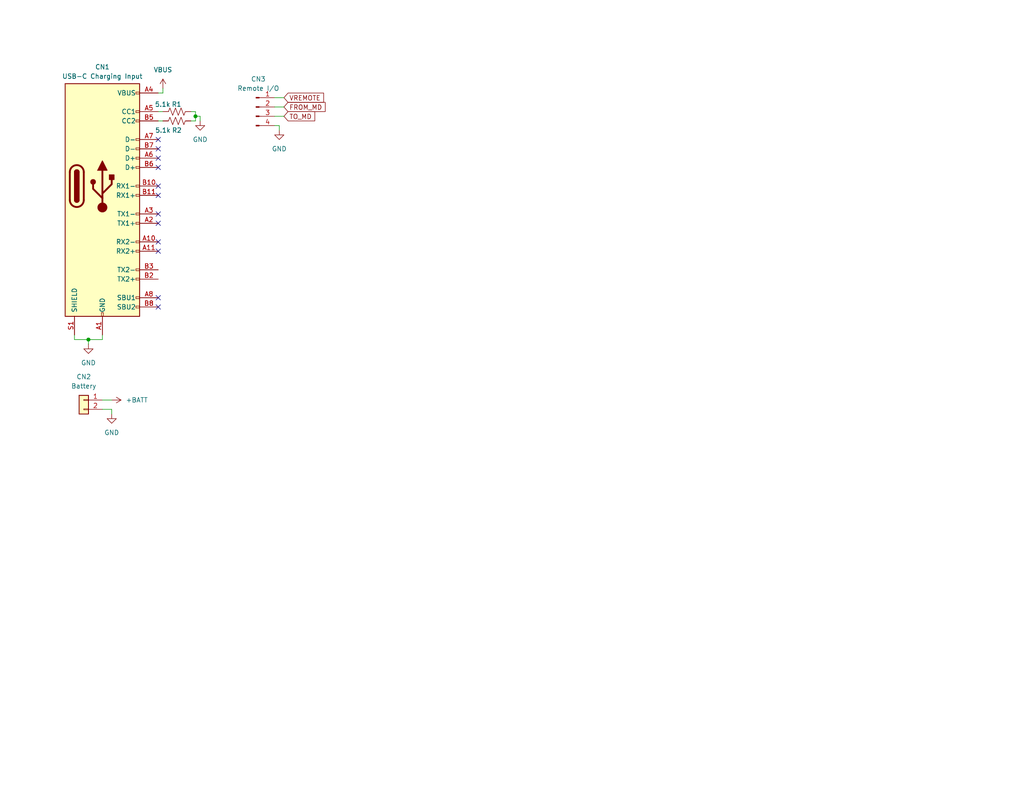
<source format=kicad_sch>
(kicad_sch (version 20230121) (generator eeschema)
  (paper "USLetter")
  (lib_symbols
    (symbol "Connector:Conn_01x04_Pin" (pin_names (offset 1.016) hide)
      (property "Reference" "J" (at 0 5.08 0))
      (property "Value" "Conn_01x04_Pin" (at 0 -7.62 0))
      (symbol "Conn_01x04_Pin_1_1"
        (polyline (pts (xy 1.27 -5.08) (xy 0.8636 -5.08)) (stroke (width 0.1524)))
        (polyline (pts (xy 1.27 -2.54) (xy 0.8636 -2.54)) (stroke (width 0.1524)))
        (polyline (pts (xy 1.27 0) (xy 0.8636 0)) (stroke (width 0.1524)))
        (polyline (pts (xy 1.27 2.54) (xy 0.8636 2.54)) (stroke (width 0.1524)))
        (rectangle (start 0.8636 -4.953) (end 0 -5.207) (stroke (width 0.1524)) (fill (type outline)))
        (rectangle (start 0.8636 -2.413) (end 0 -2.667) (stroke (width 0.1524)) (fill (type outline)))
        (rectangle (start 0.8636 0.127) (end 0 -0.127) (stroke (width 0.1524)) (fill (type outline)))
        (rectangle (start 0.8636 2.667) (end 0 2.413) (stroke (width 0.1524)) (fill (type outline)))
        (pin passive line (at 5.08 2.54 180) (length 3.81) (name "Pin_1") (number "1"))
        (pin passive line (at 5.08 0 180) (length 3.81) (name "Pin_2") (number "2"))
        (pin passive line (at 5.08 -2.54 180) (length 3.81) (name "Pin_3") (number "3"))
        (pin passive line (at 5.08 -5.08 180) (length 3.81) (name "Pin_4") (number "4"))
      )
    )
    (symbol "Connector:USB_C_Receptacle" (pin_names (offset 1.016))
      (property "Reference" "J" (at -10.16 29.21 0))
      (property "Value" "USB_C_Receptacle" (at 10.16 29.21 0))
      (symbol "USB_C_Receptacle_0_0"
        (rectangle (start -0.254 -35.56) (end 0.254 -34.544))
        (rectangle (start 10.16 -32.766) (end 9.144 -33.274))
        (rectangle (start 10.16 -30.226) (end 9.144 -30.734))
        (rectangle (start 10.16 -25.146) (end 9.144 -25.654))
        (rectangle (start 10.16 -22.606) (end 9.144 -23.114))
        (rectangle (start 10.16 -17.526) (end 9.144 -18.034))
        (rectangle (start 10.16 -14.986) (end 9.144 -15.494))
        (rectangle (start 10.16 -9.906) (end 9.144 -10.414))
        (rectangle (start 10.16 -7.366) (end 9.144 -7.874))
        (rectangle (start 10.16 -2.286) (end 9.144 -2.794))
        (rectangle (start 10.16 0.254) (end 9.144 -0.254))
        (rectangle (start 10.16 5.334) (end 9.144 4.826))
        (rectangle (start 10.16 7.874) (end 9.144 7.366))
        (rectangle (start 10.16 10.414) (end 9.144 9.906))
        (rectangle (start 10.16 12.954) (end 9.144 12.446))
        (rectangle (start 10.16 18.034) (end 9.144 17.526))
        (rectangle (start 10.16 20.574) (end 9.144 20.066))
        (rectangle (start 10.16 25.654) (end 9.144 25.146))
      )
      (symbol "USB_C_Receptacle_0_1"
        (rectangle (start -10.16 27.94) (end 10.16 -35.56) (stroke (width 0.254)) (fill (type background)))
        (arc (start -8.89 -3.81) (mid -6.985 -5.7067) (end -5.08 -3.81) (stroke (width 0.508)))
        (arc (start -7.62 -3.81) (mid -6.985 -4.4423) (end -6.35 -3.81) (stroke (width 0.254)))
        (arc (start -7.62 -3.81) (mid -6.985 -4.4423) (end -6.35 -3.81) (stroke (width 0.254)) (fill (type outline)))
        (rectangle (start -7.62 -3.81) (end -6.35 3.81) (stroke (width 0.254)) (fill (type outline)))
        (arc (start -6.35 3.81) (mid -6.985 4.4423) (end -7.62 3.81) (stroke (width 0.254)))
        (arc (start -6.35 3.81) (mid -6.985 4.4423) (end -7.62 3.81) (stroke (width 0.254)) (fill (type outline)))
        (arc (start -5.08 3.81) (mid -6.985 5.7067) (end -8.89 3.81) (stroke (width 0.508)))
        (polyline (pts (xy -8.89 -3.81) (xy -8.89 3.81)) (stroke (width 0.508)))
        (polyline (pts (xy -5.08 3.81) (xy -5.08 -3.81)) (stroke (width 0.508)))
      )
      (symbol "USB_C_Receptacle_1_1"
        (circle (center -2.54 1.143) (radius 0.635) (stroke (width 0.254)) (fill (type outline)))
        (circle (center 0 -5.842) (radius 1.27) (fill (type outline)))
        (polyline (pts (xy 0 -5.842) (xy 0 4.318)) (stroke (width 0.508)))
        (polyline (pts (xy 0 -3.302) (xy -2.54 -0.762) (xy -2.54 0.508)) (stroke (width 0.508)))
        (polyline (pts (xy 0 -2.032) (xy 2.54 0.508) (xy 2.54 1.778)) (stroke (width 0.508)))
        (polyline (pts (xy -1.27 4.318) (xy 0 6.858) (xy 1.27 4.318) (xy -1.27 4.318)) (stroke (width 0.254)) (fill (type outline)))
        (rectangle (start 1.905 1.778) (end 3.175 3.048) (stroke (width 0.254)) (fill (type outline)))
        (pin passive line (at 0 -40.64 90) (length 5.08) (name "GND") (number "A1"))
        (pin bidirectional line (at 15.24 -15.24 180) (length 5.08) (name "RX2-") (number "A10"))
        (pin bidirectional line (at 15.24 -17.78 180) (length 5.08) (name "RX2+") (number "A11"))
        (pin passive line (at 0 -40.64 90) (length 5.08) hide (name "GND") (number "A12"))
        (pin bidirectional line (at 15.24 -10.16 180) (length 5.08) (name "TX1+") (number "A2"))
        (pin bidirectional line (at 15.24 -7.62 180) (length 5.08) (name "TX1-") (number "A3"))
        (pin passive line (at 15.24 25.4 180) (length 5.08) (name "VBUS") (number "A4"))
        (pin bidirectional line (at 15.24 20.32 180) (length 5.08) (name "CC1") (number "A5"))
        (pin bidirectional line (at 15.24 7.62 180) (length 5.08) (name "D+") (number "A6"))
        (pin bidirectional line (at 15.24 12.7 180) (length 5.08) (name "D-") (number "A7"))
        (pin bidirectional line (at 15.24 -30.48 180) (length 5.08) (name "SBU1") (number "A8"))
        (pin passive line (at 15.24 25.4 180) (length 5.08) hide (name "VBUS") (number "A9"))
        (pin passive line (at 0 -40.64 90) (length 5.08) hide (name "GND") (number "B1"))
        (pin bidirectional line (at 15.24 0 180) (length 5.08) (name "RX1-") (number "B10"))
        (pin bidirectional line (at 15.24 -2.54 180) (length 5.08) (name "RX1+") (number "B11"))
        (pin passive line (at 0 -40.64 90) (length 5.08) hide (name "GND") (number "B12"))
        (pin bidirectional line (at 15.24 -25.4 180) (length 5.08) (name "TX2+") (number "B2"))
        (pin bidirectional line (at 15.24 -22.86 180) (length 5.08) (name "TX2-") (number "B3"))
        (pin passive line (at 15.24 25.4 180) (length 5.08) hide (name "VBUS") (number "B4"))
        (pin bidirectional line (at 15.24 17.78 180) (length 5.08) (name "CC2") (number "B5"))
        (pin bidirectional line (at 15.24 5.08 180) (length 5.08) (name "D+") (number "B6"))
        (pin bidirectional line (at 15.24 10.16 180) (length 5.08) (name "D-") (number "B7"))
        (pin bidirectional line (at 15.24 -33.02 180) (length 5.08) (name "SBU2") (number "B8"))
        (pin passive line (at 15.24 25.4 180) (length 5.08) hide (name "VBUS") (number "B9"))
        (pin passive line (at -7.62 -40.64 90) (length 5.08) (name "SHIELD") (number "S1"))
      )
    )
    (symbol "Connector_Generic:Conn_01x02" (pin_names (offset 1.016) hide)
      (property "Reference" "J" (at 0 2.54 0))
      (property "Value" "Conn_01x02" (at 0 -5.08 0))
      (symbol "Conn_01x02_1_1"
        (rectangle (start -1.27 -2.413) (end 0 -2.667) (stroke (width 0.1524)))
        (rectangle (start -1.27 0.127) (end 0 -0.127) (stroke (width 0.1524)))
        (rectangle (start -1.27 1.27) (end 1.27 -3.81) (stroke (width 0.254)) (fill (type background)))
        (pin passive line (at -5.08 0 0) (length 3.81) (name "Pin_1") (number "1"))
        (pin passive line (at -5.08 -2.54 0) (length 3.81) (name "Pin_2") (number "2"))
      )
    )
    (symbol "Device:R_US" (pin_numbers hide) (pin_names (offset 0))
      (property "Reference" "R" (at 2.54 0 90))
      (property "Value" "R_US" (at -2.54 0 90))
      (symbol "R_US_0_1"
        (polyline (pts (xy 0 -2.286) (xy 0 -2.54)))
        (polyline (pts (xy 0 2.286) (xy 0 2.54)))
        (polyline (pts (xy 0 -0.762) (xy 1.016 -1.143) (xy 0 -1.524) (xy -1.016 -1.905) (xy 0 -2.286)))
        (polyline (pts (xy 0 0.762) (xy 1.016 0.381) (xy 0 0) (xy -1.016 -0.381) (xy 0 -0.762)))
        (polyline (pts (xy 0 2.286) (xy 1.016 1.905) (xy 0 1.524) (xy -1.016 1.143) (xy 0 0.762)))
      )
      (symbol "R_US_1_1"
        (pin passive line (at 0 3.81 270) (length 1.27) (name "~") (number "1"))
        (pin passive line (at 0 -3.81 90) (length 1.27) (name "~") (number "2"))
      )
    )
    (symbol "power:+BATT" (power) (pin_names (offset 0))
      (property "Value" "+BATT" (at 0 3.556 0))
      (symbol "+BATT_0_1"
        (polyline (pts (xy -0.762 1.27) (xy 0 2.54)))
        (polyline (pts (xy 0 0) (xy 0 2.54)))
        (polyline (pts (xy 0 2.54) (xy 0.762 1.27)))
      )
      (symbol "+BATT_1_1"
        (pin power_in line (at 0 0 90) (length 0) hide (name "+BATT") (number "1"))
      )
    )
    (symbol "power:GND" (power) (pin_names (offset 0))
      (property "Value" "GND" (at 0 -3.81 0))
      (symbol "GND_0_1"
        (polyline (pts (xy 0 0) (xy 0 -1.27) (xy 1.27 -1.27) (xy 0 -2.54) (xy -1.27 -1.27) (xy 0 -1.27)))
      )
      (symbol "GND_1_1"
        (pin power_in line (at 0 0 270) (length 0) hide (name "GND") (number "1"))
      )
    )
    (symbol "power:VBUS" (power) (pin_names (offset 0))
      (property "Value" "VBUS" (at 0 3.81 0))
      (symbol "VBUS_0_1"
        (polyline (pts (xy -0.762 1.27) (xy 0 2.54)))
        (polyline (pts (xy 0 0) (xy 0 2.54)))
        (polyline (pts (xy 0 2.54) (xy 0.762 1.27)))
      )
      (symbol "VBUS_1_1"
        (pin power_in line (at 0 0 90) (length 0) hide (name "VBUS") (number "1"))
      )
    )
  )
  (junction (at 53.34 31.75))
  (junction (at 24.13 92.71))
  (no_connect (at 43.18 38.1))
  (no_connect (at 43.18 58.42))
  (no_connect (at 43.18 83.82))
  (no_connect (at 43.18 40.64))
  (no_connect (at 43.18 68.58))
  (no_connect (at 43.18 81.28))
  (no_connect (at 43.18 45.72))
  (no_connect (at 43.18 53.34))
  (no_connect (at 43.18 66.04))
  (no_connect (at 43.18 43.18))
  (no_connect (at 43.18 50.8))
  (no_connect (at 43.18 60.96))
  (wire (pts (xy 74.93 26.67) (xy 77.47 26.67)))
  (wire (pts (xy 30.48 111.76) (xy 30.48 113.03)))
  (wire (pts (xy 24.13 92.71) (xy 24.13 93.98)))
  (wire (pts (xy 52.07 30.48) (xy 53.34 30.48)))
  (wire (pts (xy 52.07 33.02) (xy 53.34 33.02)))
  (wire (pts (xy 76.2 34.29) (xy 76.2 35.56)))
  (wire (pts (xy 43.18 25.4) (xy 44.45 25.4)))
  (wire (pts (xy 27.94 111.76) (xy 30.48 111.76)))
  (wire (pts (xy 74.93 34.29) (xy 76.2 34.29)))
  (wire (pts (xy 27.94 109.22) (xy 30.48 109.22)))
  (wire (pts (xy 54.61 31.75) (xy 54.61 33.02)))
  (wire (pts (xy 43.18 30.48) (xy 44.45 30.48)))
  (wire (pts (xy 43.18 33.02) (xy 44.45 33.02)))
  (wire (pts (xy 74.93 31.75) (xy 77.47 31.75)))
  (wire (pts (xy 20.32 92.71) (xy 24.13 92.71)))
  (wire (pts (xy 53.34 30.48) (xy 53.34 31.75)))
  (wire (pts (xy 20.32 91.44) (xy 20.32 92.71)))
  (wire (pts (xy 44.45 25.4) (xy 44.45 24.13)))
  (wire (pts (xy 74.93 29.21) (xy 77.47 29.21)))
  (wire (pts (xy 27.94 92.71) (xy 27.94 91.44)))
  (wire (pts (xy 24.13 92.71) (xy 27.94 92.71)))
  (wire (pts (xy 53.34 31.75) (xy 54.61 31.75)))
  (wire (pts (xy 53.34 31.75) (xy 53.34 33.02)))
  (global_label "TO_MD" (shape input) (at 77.47 31.75 0) (property "Intersheetrefs" "${INTERSHEET_REFS}" (effects hide)))
  (global_label "FROM_MD" (shape input) (at 77.47 29.21 0) (property "Intersheetrefs" "${INTERSHEET_REFS}" (effects hide)))
  (global_label "VREMOTE" (shape input) (at 77.47 26.67 0) (property "Intersheetrefs" "${INTERSHEET_REFS}" (effects hide)))
  (symbol (lib_id "Device:R_US") (at 48.26 33.02 90) (unit 1)
    (property "Reference" "R2" (at 48.26 35.56 90))
    (property "Value" "5.1k" (at 44.3715 28.4953 90))
    (property "Footprint" "Resistor_SMD:R_0603_1608Metric" (effects hide))
  )
  (symbol (lib_id "power:GND") (at 54.61 33.02 0) (unit 1)
    (property "Reference" "#PWR02" (effects hide))
    (property "Value" "GND" (at 54.61 38.1 0))
  )
  (symbol (lib_id "Connector:Conn_01x04_Pin") (at 69.85 29.21 0) (unit 1)
    (property "Reference" "CN3" (at 70.485 21.59 0))
    (property "Value" "Remote I/O" (at 70.485 24.13 0))
    (property "Footprint" "Connector_Wire:SolderWire-0.1sqmm_1x04_P3.6mm_D0.4mm_OD1mm" (effects hide))
  )
  (symbol (lib_id "Connector:USB_C_Receptacle") (at 27.94 50.8 0) (unit 1)
    (property "Reference" "CN1" (at 27.94 18.288 0))
    (property "Value" "USB-C Charging Input" (at 27.94 20.828 0))
    (property "Footprint" "Connector_USB:USB_C_Receptacle_Amphenol_12401610E4-2A" (effects hide))
    (property "Datasheet" "https://www.usb.org/sites/default/files/documents/usb_type-c.zip" (effects hide))
  )
  (symbol (lib_id "power:GND") (at 24.13 93.98 0) (unit 1)
    (property "Reference" "#PWR01" (effects hide))
    (property "Value" "GND" (at 24.13 99.06 0))
  )
  (symbol (lib_id "Device:R_US") (at 48.26 30.48 90) (unit 1)
    (property "Reference" "R1" (at 48.186 28.4683 90))
    (property "Value" "5.1k" (at 44.45 35.56 90))
    (property "Footprint" "Resistor_SMD:R_0603_1608Metric" (effects hide))
  )
  (symbol (lib_id "power:VBUS") (at 44.45 24.13 0) (unit 1)
    (property "Reference" "#PWR07" (effects hide))
    (property "Value" "VBUS" (at 44.45 19.05 0))
  )
  (symbol (lib_id "Connector_Generic:Conn_01x02") (at 22.86 109.22 0) (mirror y) (unit 1)
    (property "Reference" "CN2" (at 22.86 102.87 0))
    (property "Value" "Battery" (at 22.86 105.41 0))
  )
  (symbol (lib_id "power:GND") (at 30.48 113.03 0) (unit 1)
    (property "Reference" "#PWR03" (effects hide))
    (property "Value" "GND" (at 30.48 118.11 0))
  )
  (symbol (lib_id "power:GND") (at 76.2 35.56 0) (unit 1)
    (property "Reference" "#PWR05" (effects hide))
    (property "Value" "GND" (at 76.2 40.64 0))
  )
  (symbol (lib_id "power:+BATT") (at 30.48 109.22 270) (unit 1)
    (property "Reference" "#PWR013" (effects hide))
    (property "Value" "+BATT" (at 34.29 109.22 90) (effects (justify left)))
  )
)
</source>
